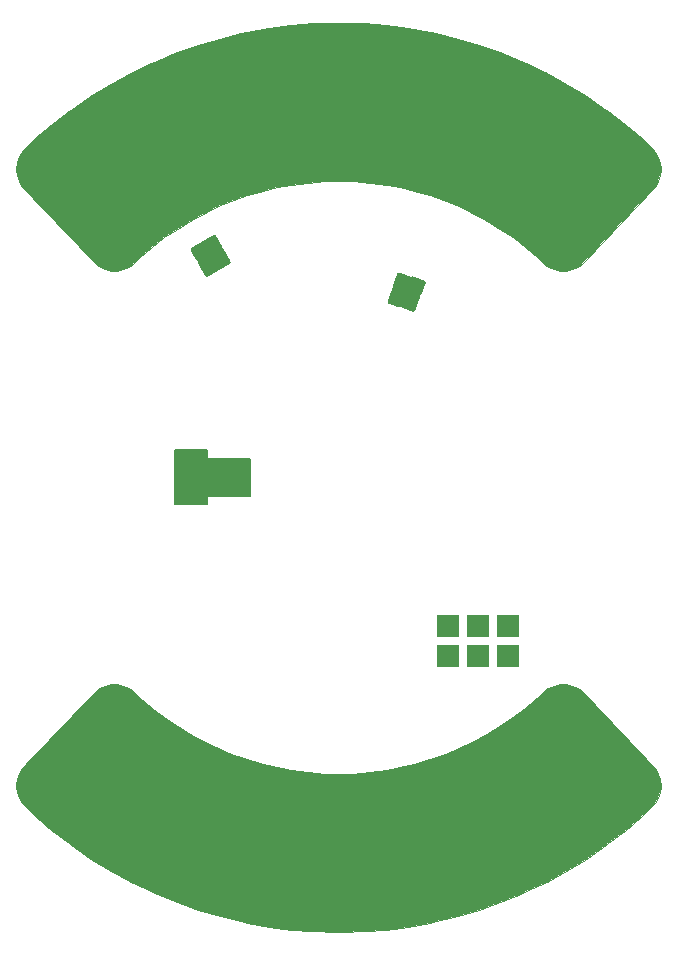
<source format=gbr>
%TF.GenerationSoftware,KiCad,Pcbnew,(5.99.0-10394-g2e15de97e0)*%
%TF.CreationDate,2021-08-24T18:50:14+02:00*%
%TF.ProjectId,USTTHUNDERMILLPCB01A,55535454-4855-44e4-9445-524d494c4c50,rev?*%
%TF.SameCoordinates,Original*%
%TF.FileFunction,Soldermask,Bot*%
%TF.FilePolarity,Negative*%
%FSLAX46Y46*%
G04 Gerber Fmt 4.6, Leading zero omitted, Abs format (unit mm)*
G04 Created by KiCad (PCBNEW (5.99.0-10394-g2e15de97e0)) date 2021-08-24 18:50:14*
%MOMM*%
%LPD*%
G01*
G04 APERTURE LIST*
G04 Aperture macros list*
%AMRoundRect*
0 Rectangle with rounded corners*
0 $1 Rounding radius*
0 $2 $3 $4 $5 $6 $7 $8 $9 X,Y pos of 4 corners*
0 Add a 4 corners polygon primitive as box body*
4,1,4,$2,$3,$4,$5,$6,$7,$8,$9,$2,$3,0*
0 Add four circle primitives for the rounded corners*
1,1,$1+$1,$2,$3*
1,1,$1+$1,$4,$5*
1,1,$1+$1,$6,$7*
1,1,$1+$1,$8,$9*
0 Add four rect primitives between the rounded corners*
20,1,$1+$1,$2,$3,$4,$5,0*
20,1,$1+$1,$4,$5,$6,$7,0*
20,1,$1+$1,$6,$7,$8,$9,0*
20,1,$1+$1,$8,$9,$2,$3,0*%
G04 Aperture macros list end*
%ADD10C,0.150000*%
%ADD11C,0.050000*%
%ADD12RoundRect,0.200000X0.618210X0.280474X-0.293291X0.612234X-0.618210X-0.280474X0.293291X-0.612234X0*%
%ADD13RoundRect,0.200000X0.652413X0.374443X-0.259089X0.706203X-0.652413X-0.374443X0.259089X-0.706203X0*%
%ADD14RoundRect,0.200000X0.561829X0.300995X-0.236910X0.591713X-0.561829X-0.300995X0.236910X-0.591713X0*%
%ADD15RoundRect,0.200000X0.596031X0.394965X-0.202708X0.685682X-0.596031X-0.394965X0.202708X-0.685682X0*%
%ADD16RoundRect,0.200000X0.182522X0.653862X-0.657522X0.168862X-0.182522X-0.653862X0.657522X-0.168862X0*%
%ADD17RoundRect,0.200000X0.132522X0.740465X-0.707522X0.255465X-0.132522X-0.740465X0.707522X-0.255465X0*%
%ADD18RoundRect,0.200000X0.130561X0.623862X-0.605561X0.198862X-0.130561X-0.623862X0.605561X-0.198862X0*%
%ADD19RoundRect,0.200000X0.080561X0.710465X-0.655561X0.285465X-0.080561X-0.710465X0.655561X-0.285465X0*%
%ADD20RoundRect,0.200000X-0.762000X0.762000X-0.762000X-0.762000X0.762000X-0.762000X0.762000X0.762000X0*%
G04 APERTURE END LIST*
D10*
X128656800Y-90206000D02*
X131306800Y-90206000D01*
X131306800Y-90206000D02*
X131306800Y-94756000D01*
X131306800Y-94756000D02*
X128656800Y-94756000D01*
X128656800Y-94756000D02*
X128656800Y-90206000D01*
G36*
X128656800Y-90206000D02*
G01*
X131306800Y-90206000D01*
X131306800Y-94756000D01*
X128656800Y-94756000D01*
X128656800Y-90206000D01*
G37*
X135006800Y-94056000D02*
X130806800Y-94056000D01*
X130806800Y-94056000D02*
X130806800Y-90956000D01*
X130806800Y-90956000D02*
X135006800Y-90956000D01*
X135006800Y-90956000D02*
X135006800Y-94056000D01*
G36*
X135006800Y-94056000D02*
G01*
X130806800Y-94056000D01*
X130806800Y-90956000D01*
X135006800Y-90956000D01*
X135006800Y-94056000D01*
G37*
D11*
X123758399Y-74983200D02*
X124269599Y-74874500D01*
X124269599Y-74874500D02*
X124746999Y-74661899D01*
X124746999Y-74661899D02*
X125169898Y-74354700D01*
X125169898Y-74354700D02*
X125704799Y-73847099D01*
X125704799Y-73847099D02*
X126803600Y-72908599D01*
X126803600Y-72908599D02*
X127742599Y-72188098D01*
X127742599Y-72188098D02*
X128718000Y-71517799D01*
X128718000Y-71517799D02*
X129950000Y-70762800D01*
X129950000Y-70762800D02*
X131219900Y-70073299D01*
X131219900Y-70073299D02*
X132288101Y-69563798D01*
X132288101Y-69563798D02*
X133381591Y-69110799D01*
X133381591Y-69110799D02*
X134743679Y-68628499D01*
X134743679Y-68628499D02*
X136129150Y-68218099D01*
X136129150Y-68218099D02*
X137280010Y-67941799D01*
X137280010Y-67941799D02*
X138443740Y-67726099D01*
X138443740Y-67726099D02*
X139876338Y-67537498D01*
X139876338Y-67537498D02*
X141316848Y-67424098D01*
X141316848Y-67424098D02*
X142500000Y-67393199D01*
X142500000Y-67393199D02*
X143683151Y-67424098D01*
X143683151Y-67424098D02*
X145123661Y-67537498D01*
X145123661Y-67537498D02*
X146556259Y-67726099D01*
X146556259Y-67726099D02*
X147719993Y-67941799D01*
X147719993Y-67941799D02*
X148870849Y-68218099D01*
X148870849Y-68218099D02*
X150256320Y-68628499D01*
X150256320Y-68628499D02*
X151618408Y-69110799D01*
X151618408Y-69110799D02*
X152711898Y-69563798D01*
X152711898Y-69563798D02*
X153780097Y-70073299D01*
X153780097Y-70073299D02*
X155049999Y-70762800D01*
X155049999Y-70762800D02*
X156281997Y-71517799D01*
X156281997Y-71517799D02*
X157257400Y-72188098D01*
X157257400Y-72188098D02*
X158196399Y-72908599D01*
X158196399Y-72908599D02*
X159295200Y-73847099D01*
X159295200Y-73847099D02*
X159830101Y-74354700D01*
X159830101Y-74354700D02*
X160253002Y-74661899D01*
X160253002Y-74661899D02*
X160730403Y-74874500D01*
X160730403Y-74874500D02*
X161241603Y-74983200D01*
X161241603Y-74983200D02*
X161764305Y-74983200D01*
X161764305Y-74983200D02*
X162275505Y-74874500D01*
X162275505Y-74874500D02*
X162753005Y-74661899D01*
X162753005Y-74661899D02*
X163175804Y-74354700D01*
X163175804Y-74354700D02*
X168959304Y-68266799D01*
X168959304Y-68266799D02*
X169309005Y-67878400D01*
X169309005Y-67878400D02*
X169570304Y-67425800D01*
X169570304Y-67425800D02*
X169731903Y-66928699D01*
X169731903Y-66928699D02*
X169786499Y-66409000D01*
X169786499Y-66409000D02*
X169731903Y-65889200D01*
X169731903Y-65889200D02*
X169570304Y-65392099D01*
X169570304Y-65392099D02*
X169309005Y-64939498D01*
X169309005Y-64939498D02*
X168959304Y-64551099D01*
X168959304Y-64551099D02*
X168261505Y-63888900D01*
X168261505Y-63888900D02*
X166828399Y-62664901D01*
X166828399Y-62664901D02*
X165333099Y-61517501D01*
X165333099Y-61517501D02*
X164910308Y-61210302D01*
X164910308Y-61210302D02*
X163357006Y-60142803D01*
X163357006Y-60142803D02*
X161750007Y-59158002D01*
X161750007Y-59158002D02*
X160093708Y-58258703D01*
X160093708Y-58258703D02*
X158392509Y-57447303D01*
X158392509Y-57447303D02*
X157915107Y-57234703D01*
X157915107Y-57234703D02*
X156173805Y-56513504D01*
X156173805Y-56513504D02*
X154397106Y-55884304D01*
X154397106Y-55884304D02*
X152590003Y-55349002D01*
X152590003Y-55349002D02*
X150757354Y-54909103D01*
X150757354Y-54909103D02*
X150246147Y-54800403D01*
X150246147Y-54800403D02*
X148392967Y-54456905D01*
X148392967Y-54456905D02*
X146524345Y-54210906D01*
X146524345Y-54210906D02*
X144645408Y-54063007D01*
X144645408Y-54063007D02*
X142761314Y-54013706D01*
X142761314Y-54013706D02*
X142238700Y-54013706D01*
X142238700Y-54013706D02*
X140354606Y-54063007D01*
X140354606Y-54063007D02*
X138475666Y-54210906D01*
X138475666Y-54210906D02*
X136607048Y-54456905D01*
X136607048Y-54456905D02*
X134753868Y-54800403D01*
X134753868Y-54800403D02*
X134242656Y-54909103D01*
X134242656Y-54909103D02*
X132410007Y-55349002D01*
X132410007Y-55349002D02*
X130602907Y-55884304D01*
X130602907Y-55884304D02*
X128826206Y-56513504D01*
X128826206Y-56513504D02*
X127084905Y-57234703D01*
X127084905Y-57234703D02*
X126607505Y-57447303D01*
X126607505Y-57447303D02*
X124906307Y-58258703D01*
X124906307Y-58258703D02*
X123250007Y-59158002D01*
X123250007Y-59158002D02*
X121643007Y-60142803D01*
X121643007Y-60142803D02*
X120089706Y-61210302D01*
X120089706Y-61210302D02*
X119666908Y-61517501D01*
X119666908Y-61517501D02*
X118171607Y-62664901D01*
X118171607Y-62664901D02*
X116738506Y-63888900D01*
X116738506Y-63888900D02*
X116040706Y-64551101D01*
X116040706Y-64551101D02*
X115691007Y-64939500D01*
X115691007Y-64939500D02*
X115429707Y-65392101D01*
X115429707Y-65392101D02*
X115268107Y-65889202D01*
X115268107Y-65889202D02*
X115213507Y-66409002D01*
X115213507Y-66409002D02*
X115268107Y-66928701D01*
X115268107Y-66928701D02*
X115429707Y-67425802D01*
X115429707Y-67425802D02*
X115691007Y-67878402D01*
X115691007Y-67878402D02*
X116040706Y-68266801D01*
X116040706Y-68266801D02*
X121824207Y-74354701D01*
X121824207Y-74354701D02*
X122247007Y-74661903D01*
X122247007Y-74661903D02*
X122724508Y-74874502D01*
X122724508Y-74874502D02*
X123235708Y-74983201D01*
X123235708Y-74983201D02*
X123758399Y-74983200D01*
X123758399Y-74983200D02*
X123758399Y-74983200D01*
G36*
X144645408Y-54063007D02*
G01*
X146524345Y-54210906D01*
X148392967Y-54456905D01*
X150246147Y-54800403D01*
X150757354Y-54909103D01*
X152590003Y-55349002D01*
X154397106Y-55884304D01*
X156173805Y-56513504D01*
X157915107Y-57234703D01*
X158392509Y-57447303D01*
X160093708Y-58258703D01*
X161750007Y-59158002D01*
X163357006Y-60142803D01*
X164910308Y-61210302D01*
X165333099Y-61517501D01*
X166828399Y-62664901D01*
X168261505Y-63888900D01*
X168959304Y-64551099D01*
X169309005Y-64939498D01*
X169570304Y-65392099D01*
X169731903Y-65889200D01*
X169786499Y-66409000D01*
X169731903Y-66928699D01*
X169570304Y-67425800D01*
X169309005Y-67878400D01*
X168959304Y-68266799D01*
X163175804Y-74354700D01*
X162753005Y-74661899D01*
X162275505Y-74874500D01*
X161764305Y-74983200D01*
X161241603Y-74983200D01*
X160730403Y-74874500D01*
X160253002Y-74661899D01*
X159830101Y-74354700D01*
X159295200Y-73847099D01*
X158196399Y-72908599D01*
X157257400Y-72188098D01*
X156281997Y-71517799D01*
X155049999Y-70762800D01*
X153780097Y-70073299D01*
X152711898Y-69563798D01*
X151618408Y-69110799D01*
X150256320Y-68628499D01*
X148870849Y-68218099D01*
X147719993Y-67941799D01*
X146556259Y-67726099D01*
X145123661Y-67537498D01*
X143683151Y-67424098D01*
X142500000Y-67393199D01*
X141316848Y-67424098D01*
X139876338Y-67537498D01*
X138443740Y-67726099D01*
X137280010Y-67941799D01*
X136129150Y-68218099D01*
X134743679Y-68628499D01*
X133381591Y-69110799D01*
X132288101Y-69563798D01*
X131219900Y-70073299D01*
X129950000Y-70762800D01*
X128718000Y-71517799D01*
X127742599Y-72188098D01*
X126803600Y-72908599D01*
X125704799Y-73847099D01*
X125169898Y-74354700D01*
X124746999Y-74661899D01*
X124269599Y-74874500D01*
X123758399Y-74983200D01*
X123235708Y-74983201D01*
X122724508Y-74874502D01*
X122247007Y-74661903D01*
X121824207Y-74354701D01*
X116040706Y-68266801D01*
X115691007Y-67878402D01*
X115429707Y-67425802D01*
X115268107Y-66928701D01*
X115213507Y-66409002D01*
X115268107Y-65889202D01*
X115429707Y-65392101D01*
X115691007Y-64939500D01*
X116040706Y-64551101D01*
X116738506Y-63888900D01*
X118171607Y-62664901D01*
X119666908Y-61517501D01*
X120089706Y-61210302D01*
X121643007Y-60142803D01*
X123250007Y-59158002D01*
X124906307Y-58258703D01*
X126607505Y-57447303D01*
X127084905Y-57234703D01*
X128826206Y-56513504D01*
X130602907Y-55884304D01*
X132410007Y-55349002D01*
X134242656Y-54909103D01*
X134753868Y-54800403D01*
X136607048Y-54456905D01*
X138475666Y-54210906D01*
X140354606Y-54063007D01*
X142238700Y-54013706D01*
X142761314Y-54013706D01*
X144645408Y-54063007D01*
G37*
X144645408Y-54063007D02*
X146524345Y-54210906D01*
X148392967Y-54456905D01*
X150246147Y-54800403D01*
X150757354Y-54909103D01*
X152590003Y-55349002D01*
X154397106Y-55884304D01*
X156173805Y-56513504D01*
X157915107Y-57234703D01*
X158392509Y-57447303D01*
X160093708Y-58258703D01*
X161750007Y-59158002D01*
X163357006Y-60142803D01*
X164910308Y-61210302D01*
X165333099Y-61517501D01*
X166828399Y-62664901D01*
X168261505Y-63888900D01*
X168959304Y-64551099D01*
X169309005Y-64939498D01*
X169570304Y-65392099D01*
X169731903Y-65889200D01*
X169786499Y-66409000D01*
X169731903Y-66928699D01*
X169570304Y-67425800D01*
X169309005Y-67878400D01*
X168959304Y-68266799D01*
X163175804Y-74354700D01*
X162753005Y-74661899D01*
X162275505Y-74874500D01*
X161764305Y-74983200D01*
X161241603Y-74983200D01*
X160730403Y-74874500D01*
X160253002Y-74661899D01*
X159830101Y-74354700D01*
X159295200Y-73847099D01*
X158196399Y-72908599D01*
X157257400Y-72188098D01*
X156281997Y-71517799D01*
X155049999Y-70762800D01*
X153780097Y-70073299D01*
X152711898Y-69563798D01*
X151618408Y-69110799D01*
X150256320Y-68628499D01*
X148870849Y-68218099D01*
X147719993Y-67941799D01*
X146556259Y-67726099D01*
X145123661Y-67537498D01*
X143683151Y-67424098D01*
X142500000Y-67393199D01*
X141316848Y-67424098D01*
X139876338Y-67537498D01*
X138443740Y-67726099D01*
X137280010Y-67941799D01*
X136129150Y-68218099D01*
X134743679Y-68628499D01*
X133381591Y-69110799D01*
X132288101Y-69563798D01*
X131219900Y-70073299D01*
X129950000Y-70762800D01*
X128718000Y-71517799D01*
X127742599Y-72188098D01*
X126803600Y-72908599D01*
X125704799Y-73847099D01*
X125169898Y-74354700D01*
X124746999Y-74661899D01*
X124269599Y-74874500D01*
X123758399Y-74983200D01*
X123235708Y-74983201D01*
X122724508Y-74874502D01*
X122247007Y-74661903D01*
X121824207Y-74354701D01*
X116040706Y-68266801D01*
X115691007Y-67878402D01*
X115429707Y-67425802D01*
X115268107Y-66928701D01*
X115213507Y-66409002D01*
X115268107Y-65889202D01*
X115429707Y-65392101D01*
X115691007Y-64939500D01*
X116040706Y-64551101D01*
X116738506Y-63888900D01*
X118171607Y-62664901D01*
X119666908Y-61517501D01*
X120089706Y-61210302D01*
X121643007Y-60142803D01*
X123250007Y-59158002D01*
X124906307Y-58258703D01*
X126607505Y-57447303D01*
X127084905Y-57234703D01*
X128826206Y-56513504D01*
X130602907Y-55884304D01*
X132410007Y-55349002D01*
X134242656Y-54909103D01*
X134753868Y-54800403D01*
X136607048Y-54456905D01*
X138475666Y-54210906D01*
X140354606Y-54063007D01*
X142238700Y-54013706D01*
X142761314Y-54013706D01*
X144645408Y-54063007D01*
X144645401Y-130936996D02*
X146524337Y-130789100D01*
X146524337Y-130789100D02*
X148392959Y-130543106D01*
X148392959Y-130543106D02*
X150246139Y-130199600D01*
X150246139Y-130199600D02*
X150757347Y-130090904D01*
X150757347Y-130090904D02*
X152589996Y-129651000D01*
X152589996Y-129651000D02*
X154397098Y-129115707D01*
X154397098Y-129115707D02*
X156173797Y-128486503D01*
X156173797Y-128486503D02*
X157915100Y-127765304D01*
X157915100Y-127765304D02*
X158392498Y-127552703D01*
X158392498Y-127552703D02*
X160093696Y-126741302D01*
X160093696Y-126741302D02*
X161749996Y-125842002D01*
X161749996Y-125842002D02*
X163356994Y-124857208D01*
X163356994Y-124857208D02*
X164910293Y-123789703D01*
X164910293Y-123789703D02*
X165333091Y-123482498D01*
X165333091Y-123482498D02*
X166828392Y-122335098D01*
X166828392Y-122335098D02*
X168261489Y-121111099D01*
X168261489Y-121111099D02*
X168959289Y-120448898D01*
X168959289Y-120448898D02*
X169308990Y-120060501D01*
X169308990Y-120060501D02*
X169570297Y-119607902D01*
X169570297Y-119607902D02*
X169731887Y-119110801D01*
X169731887Y-119110801D02*
X169786491Y-118591003D01*
X169786491Y-118591003D02*
X169731887Y-118071304D01*
X169731887Y-118071304D02*
X169570297Y-117574203D01*
X169570297Y-117574203D02*
X169308990Y-117121597D01*
X169308990Y-117121597D02*
X168959289Y-116733200D01*
X168959289Y-116733200D02*
X163175792Y-110645301D01*
X163175792Y-110645301D02*
X162752994Y-110338104D01*
X162752994Y-110338104D02*
X162275493Y-110125503D01*
X162275493Y-110125503D02*
X161764293Y-110016799D01*
X161764293Y-110016799D02*
X161241592Y-110016799D01*
X161241592Y-110016799D02*
X160730392Y-110125503D01*
X160730392Y-110125503D02*
X160252990Y-110338104D01*
X160252990Y-110338104D02*
X159830093Y-110645301D01*
X159830093Y-110645301D02*
X159295188Y-111152900D01*
X159295188Y-111152900D02*
X158196388Y-112091400D01*
X158196388Y-112091400D02*
X157257392Y-112811901D01*
X157257392Y-112811901D02*
X156281990Y-113482200D01*
X156281990Y-113482200D02*
X155049987Y-114237197D01*
X155049987Y-114237197D02*
X153780090Y-114926696D01*
X153780090Y-114926696D02*
X152711891Y-115436203D01*
X152711891Y-115436203D02*
X151618400Y-115889198D01*
X151618400Y-115889198D02*
X150256309Y-116371498D01*
X150256309Y-116371498D02*
X148870841Y-116781898D01*
X148870841Y-116781898D02*
X147719982Y-117058197D01*
X147719982Y-117058197D02*
X146556251Y-117273902D01*
X146556251Y-117273902D02*
X145123649Y-117462501D01*
X145123649Y-117462501D02*
X143683143Y-117575897D01*
X143683143Y-117575897D02*
X142500000Y-117606796D01*
X142500000Y-117606796D02*
X141316848Y-117575897D01*
X141316848Y-117575897D02*
X139876338Y-117462501D01*
X139876338Y-117462501D02*
X138443740Y-117273895D01*
X138443740Y-117273895D02*
X137280010Y-117058197D01*
X137280010Y-117058197D02*
X136129150Y-116781898D01*
X136129150Y-116781898D02*
X134743679Y-116371498D01*
X134743679Y-116371498D02*
X133381591Y-115889198D01*
X133381591Y-115889198D02*
X132288101Y-115436203D01*
X132288101Y-115436203D02*
X131219900Y-114926696D01*
X131219900Y-114926696D02*
X129950000Y-114237197D01*
X129950000Y-114237197D02*
X128718000Y-113482200D01*
X128718000Y-113482200D02*
X127742599Y-112811897D01*
X127742599Y-112811897D02*
X126803600Y-112091400D01*
X126803600Y-112091400D02*
X125704799Y-111152900D01*
X125704799Y-111152900D02*
X125169898Y-110645301D01*
X125169898Y-110645301D02*
X124746999Y-110338100D01*
X124746999Y-110338100D02*
X124269599Y-110125499D01*
X124269599Y-110125499D02*
X123758399Y-110016799D01*
X123758399Y-110016799D02*
X123235700Y-110016799D01*
X123235700Y-110016799D02*
X122724500Y-110125499D01*
X122724500Y-110125499D02*
X122246999Y-110338100D01*
X122246999Y-110338100D02*
X121824199Y-110645301D01*
X121824199Y-110645301D02*
X116040699Y-116733200D01*
X116040699Y-116733200D02*
X115690999Y-117121597D01*
X115690999Y-117121597D02*
X115429699Y-117574203D01*
X115429699Y-117574203D02*
X115268099Y-118071304D01*
X115268099Y-118071304D02*
X115213500Y-118591003D01*
X115213500Y-118591003D02*
X115268099Y-119110801D01*
X115268099Y-119110801D02*
X115429699Y-119607902D01*
X115429699Y-119607902D02*
X115690999Y-120060501D01*
X115690999Y-120060501D02*
X116040699Y-120448898D01*
X116040699Y-120448898D02*
X116738498Y-121111099D01*
X116738498Y-121111099D02*
X118171600Y-122335098D01*
X118171600Y-122335098D02*
X119666900Y-123482498D01*
X119666900Y-123482498D02*
X120089698Y-123789703D01*
X120089698Y-123789703D02*
X121642999Y-124857200D01*
X121642999Y-124857200D02*
X123250000Y-125841995D01*
X123250000Y-125841995D02*
X124906299Y-126741302D01*
X124906299Y-126741302D02*
X126607500Y-127552703D01*
X126607500Y-127552703D02*
X127084899Y-127765304D01*
X127084899Y-127765304D02*
X128826200Y-128486495D01*
X128826200Y-128486495D02*
X130602899Y-129115699D01*
X130602899Y-129115699D02*
X132409999Y-129651000D01*
X132409999Y-129651000D02*
X134242649Y-130090896D01*
X134242649Y-130090896D02*
X134753860Y-130199600D01*
X134753860Y-130199600D02*
X136607040Y-130543098D01*
X136607040Y-130543098D02*
X138475662Y-130789093D01*
X138475662Y-130789093D02*
X140354598Y-130936996D01*
X140354598Y-130936996D02*
X142238693Y-130986297D01*
X142238693Y-130986297D02*
X142761306Y-130986297D01*
X142761306Y-130986297D02*
X144645401Y-130936996D01*
X144645401Y-130936996D02*
X144645401Y-130936996D01*
G36*
X124269599Y-110125499D02*
G01*
X124746999Y-110338100D01*
X125169898Y-110645301D01*
X125704799Y-111152900D01*
X126803600Y-112091400D01*
X127742599Y-112811897D01*
X128718000Y-113482200D01*
X129950000Y-114237197D01*
X131219900Y-114926696D01*
X132288101Y-115436203D01*
X133381591Y-115889198D01*
X134743679Y-116371498D01*
X136129150Y-116781898D01*
X137280010Y-117058197D01*
X138443740Y-117273895D01*
X139876338Y-117462501D01*
X141316848Y-117575897D01*
X142500000Y-117606796D01*
X143683143Y-117575897D01*
X145123649Y-117462501D01*
X146556251Y-117273902D01*
X147719982Y-117058197D01*
X148870841Y-116781898D01*
X150256309Y-116371498D01*
X151618400Y-115889198D01*
X152711891Y-115436203D01*
X153780090Y-114926696D01*
X155049987Y-114237197D01*
X156281990Y-113482200D01*
X157257392Y-112811901D01*
X158196388Y-112091400D01*
X159295188Y-111152900D01*
X159830093Y-110645301D01*
X160252990Y-110338104D01*
X160730392Y-110125503D01*
X161241592Y-110016799D01*
X161764293Y-110016799D01*
X162275493Y-110125503D01*
X162752994Y-110338104D01*
X163175792Y-110645301D01*
X168959289Y-116733200D01*
X169308990Y-117121597D01*
X169570297Y-117574203D01*
X169731887Y-118071304D01*
X169786491Y-118591003D01*
X169731887Y-119110801D01*
X169570297Y-119607902D01*
X169308990Y-120060501D01*
X168959289Y-120448898D01*
X168261489Y-121111099D01*
X166828392Y-122335098D01*
X165333091Y-123482498D01*
X164910293Y-123789703D01*
X163356994Y-124857208D01*
X161749996Y-125842002D01*
X160093696Y-126741302D01*
X158392498Y-127552703D01*
X157915100Y-127765304D01*
X156173797Y-128486503D01*
X154397098Y-129115707D01*
X152589996Y-129651000D01*
X150757347Y-130090904D01*
X150246139Y-130199600D01*
X148392959Y-130543106D01*
X146524337Y-130789100D01*
X144645401Y-130936996D01*
X142761306Y-130986297D01*
X142238693Y-130986297D01*
X140354598Y-130936996D01*
X138475662Y-130789093D01*
X136607040Y-130543098D01*
X134753860Y-130199600D01*
X134242649Y-130090896D01*
X132409999Y-129651000D01*
X130602899Y-129115699D01*
X128826200Y-128486495D01*
X127084899Y-127765304D01*
X126607500Y-127552703D01*
X124906299Y-126741302D01*
X123250000Y-125841995D01*
X121642999Y-124857200D01*
X120089698Y-123789703D01*
X119666900Y-123482498D01*
X118171600Y-122335098D01*
X116738498Y-121111099D01*
X116040699Y-120448898D01*
X115690999Y-120060501D01*
X115429699Y-119607902D01*
X115268099Y-119110801D01*
X115213500Y-118591003D01*
X115268099Y-118071304D01*
X115429699Y-117574203D01*
X115690999Y-117121597D01*
X116040699Y-116733200D01*
X121824199Y-110645301D01*
X122246999Y-110338100D01*
X122724500Y-110125499D01*
X123235700Y-110016799D01*
X123758399Y-110016799D01*
X124269599Y-110125499D01*
G37*
X124269599Y-110125499D02*
X124746999Y-110338100D01*
X125169898Y-110645301D01*
X125704799Y-111152900D01*
X126803600Y-112091400D01*
X127742599Y-112811897D01*
X128718000Y-113482200D01*
X129950000Y-114237197D01*
X131219900Y-114926696D01*
X132288101Y-115436203D01*
X133381591Y-115889198D01*
X134743679Y-116371498D01*
X136129150Y-116781898D01*
X137280010Y-117058197D01*
X138443740Y-117273895D01*
X139876338Y-117462501D01*
X141316848Y-117575897D01*
X142500000Y-117606796D01*
X143683143Y-117575897D01*
X145123649Y-117462501D01*
X146556251Y-117273902D01*
X147719982Y-117058197D01*
X148870841Y-116781898D01*
X150256309Y-116371498D01*
X151618400Y-115889198D01*
X152711891Y-115436203D01*
X153780090Y-114926696D01*
X155049987Y-114237197D01*
X156281990Y-113482200D01*
X157257392Y-112811901D01*
X158196388Y-112091400D01*
X159295188Y-111152900D01*
X159830093Y-110645301D01*
X160252990Y-110338104D01*
X160730392Y-110125503D01*
X161241592Y-110016799D01*
X161764293Y-110016799D01*
X162275493Y-110125503D01*
X162752994Y-110338104D01*
X163175792Y-110645301D01*
X168959289Y-116733200D01*
X169308990Y-117121597D01*
X169570297Y-117574203D01*
X169731887Y-118071304D01*
X169786491Y-118591003D01*
X169731887Y-119110801D01*
X169570297Y-119607902D01*
X169308990Y-120060501D01*
X168959289Y-120448898D01*
X168261489Y-121111099D01*
X166828392Y-122335098D01*
X165333091Y-123482498D01*
X164910293Y-123789703D01*
X163356994Y-124857208D01*
X161749996Y-125842002D01*
X160093696Y-126741302D01*
X158392498Y-127552703D01*
X157915100Y-127765304D01*
X156173797Y-128486503D01*
X154397098Y-129115707D01*
X152589996Y-129651000D01*
X150757347Y-130090904D01*
X150246139Y-130199600D01*
X148392959Y-130543106D01*
X146524337Y-130789100D01*
X144645401Y-130936996D01*
X142761306Y-130986297D01*
X142238693Y-130986297D01*
X140354598Y-130936996D01*
X138475662Y-130789093D01*
X136607040Y-130543098D01*
X134753860Y-130199600D01*
X134242649Y-130090896D01*
X132409999Y-129651000D01*
X130602899Y-129115699D01*
X128826200Y-128486495D01*
X127084899Y-127765304D01*
X126607500Y-127552703D01*
X124906299Y-126741302D01*
X123250000Y-125841995D01*
X121642999Y-124857200D01*
X120089698Y-123789703D01*
X119666900Y-123482498D01*
X118171600Y-122335098D01*
X116738498Y-121111099D01*
X116040699Y-120448898D01*
X115690999Y-120060501D01*
X115429699Y-119607902D01*
X115268099Y-119110801D01*
X115213500Y-118591003D01*
X115268099Y-118071304D01*
X115429699Y-117574203D01*
X115690999Y-117121597D01*
X116040699Y-116733200D01*
X121824199Y-110645301D01*
X122246999Y-110338100D01*
X122724500Y-110125499D01*
X123235700Y-110016799D01*
X123758399Y-110016799D01*
X124269599Y-110125499D01*
D12*
%TO.C,U6*%
X149002125Y-76326807D03*
D13*
X148540398Y-77595392D03*
D14*
X147874494Y-75916383D03*
D15*
X147412767Y-77184968D03*
%TD*%
D16*
%TO.C,U5*%
X131787934Y-72800381D03*
D17*
X132462934Y-73969515D03*
D18*
X130748704Y-73400381D03*
D19*
X131423704Y-74569515D03*
%TD*%
D20*
%TO.C,J4*%
X151782400Y-105055800D03*
X151782400Y-107595800D03*
X154322400Y-105055800D03*
X154322400Y-107595800D03*
X156862400Y-105055800D03*
X156862400Y-107595800D03*
%TD*%
M02*

</source>
